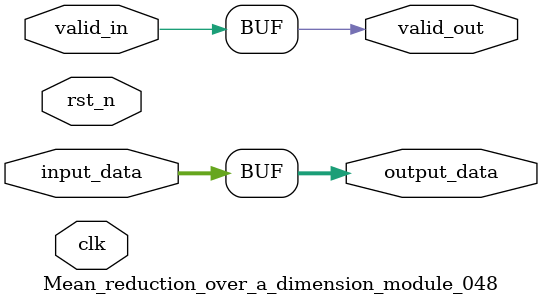
<source format=v>

module Mean_reduction_over_a_dimension_module_048 (
    input clk,
    input rst_n,
    input valid_in,
    output valid_out,
    // Add specific ports based on operator type
    input [31:0] input_data,
    output [31:0] output_data
);

    // Module implementation would go here
    // This is a template - actual implementation depends on the operator
    
        // Generic operator implementation
    assign output_data = input_data; // Placeholder
    assign valid_out = valid_in;

endmodule

</source>
